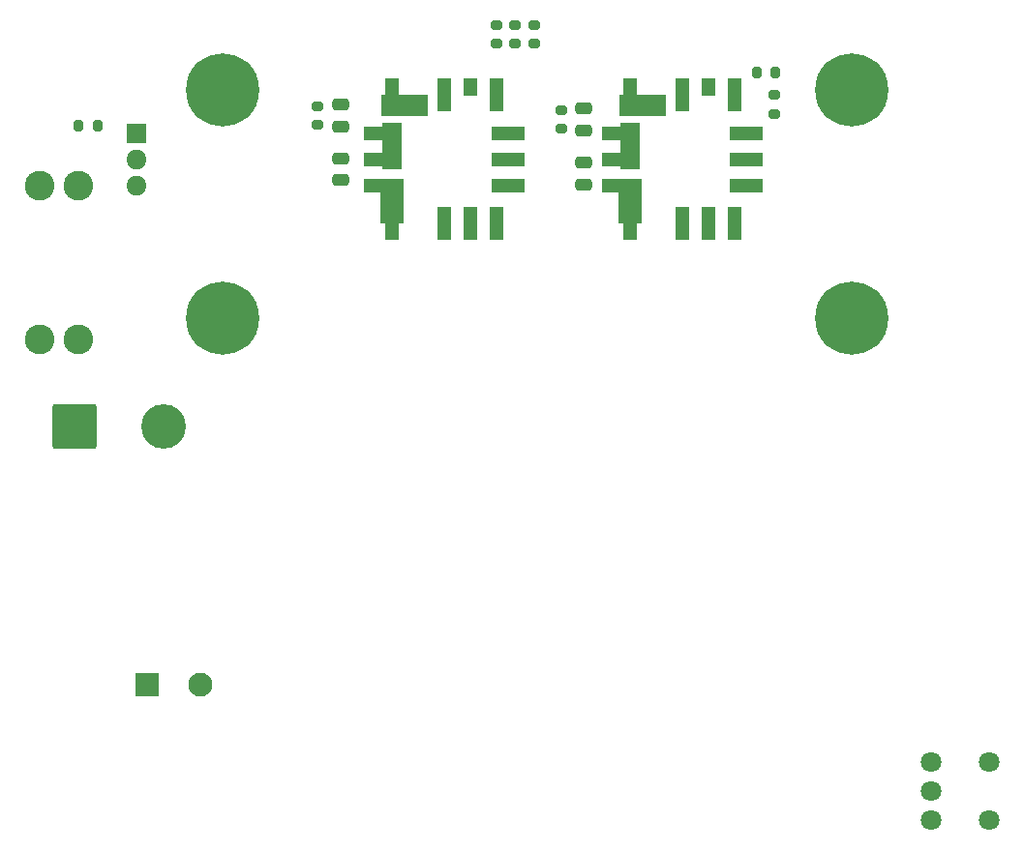
<source format=gbr>
%TF.GenerationSoftware,KiCad,Pcbnew,7.0.9*%
%TF.CreationDate,2025-01-29T10:13:39+09:00*%
%TF.ProjectId,05-PWR,30352d50-5752-42e6-9b69-6361645f7063,rev?*%
%TF.SameCoordinates,Original*%
%TF.FileFunction,Soldermask,Top*%
%TF.FilePolarity,Negative*%
%FSLAX46Y46*%
G04 Gerber Fmt 4.6, Leading zero omitted, Abs format (unit mm)*
G04 Created by KiCad (PCBNEW 7.0.9) date 2025-01-29 10:13:39*
%MOMM*%
%LPD*%
G01*
G04 APERTURE LIST*
G04 Aperture macros list*
%AMRoundRect*
0 Rectangle with rounded corners*
0 $1 Rounding radius*
0 $2 $3 $4 $5 $6 $7 $8 $9 X,Y pos of 4 corners*
0 Add a 4 corners polygon primitive as box body*
4,1,4,$2,$3,$4,$5,$6,$7,$8,$9,$2,$3,0*
0 Add four circle primitives for the rounded corners*
1,1,$1+$1,$2,$3*
1,1,$1+$1,$4,$5*
1,1,$1+$1,$6,$7*
1,1,$1+$1,$8,$9*
0 Add four rect primitives between the rounded corners*
20,1,$1+$1,$2,$3,$4,$5,0*
20,1,$1+$1,$4,$5,$6,$7,0*
20,1,$1+$1,$6,$7,$8,$9,0*
20,1,$1+$1,$8,$9,$2,$3,0*%
G04 Aperture macros list end*
%ADD10RoundRect,0.250000X0.475000X-0.250000X0.475000X0.250000X-0.475000X0.250000X-0.475000X-0.250000X0*%
%ADD11C,2.604000*%
%ADD12RoundRect,0.200000X-0.200000X-0.275000X0.200000X-0.275000X0.200000X0.275000X-0.200000X0.275000X0*%
%ADD13C,0.800000*%
%ADD14C,6.400000*%
%ADD15RoundRect,0.200000X-0.275000X0.200000X-0.275000X-0.200000X0.275000X-0.200000X0.275000X0.200000X0*%
%ADD16RoundRect,0.200000X0.275000X-0.200000X0.275000X0.200000X-0.275000X0.200000X-0.275000X-0.200000X0*%
%ADD17R,1.200000X3.000000*%
%ADD18R,2.000000X4.000000*%
%ADD19R,3.000000X1.200000*%
%ADD20R,1.770000X4.112100*%
%ADD21R,4.170000X1.862000*%
%ADD22R,1.200000X1.500000*%
%ADD23R,1.800000X1.717500*%
%ADD24O,1.800000X1.717500*%
%ADD25C,1.800000*%
%ADD26RoundRect,0.250000X-0.475000X0.250000X-0.475000X-0.250000X0.475000X-0.250000X0.475000X0.250000X0*%
%ADD27RoundRect,0.250002X-1.699998X-1.699998X1.699998X-1.699998X1.699998X1.699998X-1.699998X1.699998X0*%
%ADD28C,3.900000*%
%ADD29RoundRect,0.250001X-0.799999X-0.799999X0.799999X-0.799999X0.799999X0.799999X-0.799999X0.799999X0*%
%ADD30C,2.100000*%
G04 APERTURE END LIST*
D10*
%TO.C,C1*%
X60298000Y-87950000D03*
X60298000Y-86050000D03*
%TD*%
%TO.C,C2*%
X81526000Y-88330000D03*
X81526000Y-86430000D03*
%TD*%
D11*
%TO.C,F1*%
X37338000Y-88384000D03*
X33938000Y-88384000D03*
X37338000Y-101854000D03*
X33938000Y-101854000D03*
%TD*%
D12*
%TO.C,R8*%
X37402000Y-83185000D03*
X39052000Y-83185000D03*
%TD*%
D13*
%TO.C,H2*%
X102600000Y-100000000D03*
X103302944Y-98302944D03*
X103302944Y-101697056D03*
X105000000Y-97600000D03*
D14*
X105000000Y-100000000D03*
D13*
X105000000Y-102400000D03*
X106697056Y-98302944D03*
X106697056Y-101697056D03*
X107400000Y-100000000D03*
%TD*%
D15*
%TO.C,R6*%
X79621000Y-81795000D03*
X79621000Y-83445000D03*
%TD*%
D16*
%TO.C,R3*%
X77216000Y-76009000D03*
X77216000Y-74359000D03*
%TD*%
D15*
%TO.C,R7*%
X58266000Y-81476000D03*
X58266000Y-83126000D03*
%TD*%
D12*
%TO.C,R4*%
X96675000Y-78500000D03*
X98325000Y-78500000D03*
%TD*%
D17*
%TO.C,U2*%
X69342000Y-91706000D03*
X64762000Y-91706000D03*
D18*
X64762000Y-89763600D03*
D19*
X63742000Y-88396000D03*
X63742000Y-86106000D03*
D20*
X64762000Y-84958650D03*
D19*
X63742000Y-83816000D03*
D21*
X65862200Y-81381600D03*
D17*
X64762000Y-80506000D03*
X69342000Y-80506000D03*
X73922000Y-80506000D03*
D19*
X74942000Y-86106000D03*
X74942000Y-88396000D03*
D17*
X73922000Y-91706000D03*
X71632000Y-91706000D03*
D22*
X71632000Y-79756000D03*
D19*
X74942000Y-83816000D03*
%TD*%
D23*
%TO.C,Q1*%
X42418000Y-83812000D03*
D24*
X42418000Y-86102000D03*
X42418000Y-88392000D03*
%TD*%
D13*
%TO.C,H4*%
X47600000Y-80000000D03*
X48302944Y-78302944D03*
X48302944Y-81697056D03*
X50000000Y-77600000D03*
D14*
X50000000Y-80000000D03*
D13*
X50000000Y-82400000D03*
X51697056Y-78302944D03*
X51697056Y-81697056D03*
X52400000Y-80000000D03*
%TD*%
D25*
%TO.C,SW1*%
X117059859Y-144000000D03*
X117059859Y-138920000D03*
X111979859Y-138920000D03*
X111979859Y-141460000D03*
X111979859Y-144000000D03*
%TD*%
D26*
%TO.C,C4*%
X60298000Y-81351000D03*
X60298000Y-83251000D03*
%TD*%
D13*
%TO.C,H1*%
X47600000Y-100000000D03*
X48302944Y-98302944D03*
X48302944Y-101697056D03*
X50000000Y-97600000D03*
D14*
X50000000Y-100000000D03*
D13*
X50000000Y-102400000D03*
X51697056Y-98302944D03*
X51697056Y-101697056D03*
X52400000Y-100000000D03*
%TD*%
D27*
%TO.C,J2*%
X36994000Y-109474000D03*
D28*
X44794000Y-109474000D03*
%TD*%
D15*
%TO.C,R5*%
X98262000Y-80469000D03*
X98262000Y-82119000D03*
%TD*%
D26*
%TO.C,C3*%
X81526000Y-81670000D03*
X81526000Y-83570000D03*
%TD*%
D13*
%TO.C,H3*%
X102600000Y-80000000D03*
X103302944Y-78302944D03*
X103302944Y-81697056D03*
X105000000Y-77600000D03*
D14*
X105000000Y-80000000D03*
D13*
X105000000Y-82400000D03*
X106697056Y-78302944D03*
X106697056Y-81697056D03*
X107400000Y-80000000D03*
%TD*%
D15*
%TO.C,R2*%
X75565000Y-74359000D03*
X75565000Y-76009000D03*
%TD*%
D16*
%TO.C,R1*%
X73914000Y-76009000D03*
X73914000Y-74359000D03*
%TD*%
D29*
%TO.C,J1*%
X43406000Y-132080000D03*
D30*
X48006000Y-132080000D03*
%TD*%
D17*
%TO.C,U1*%
X90170000Y-91706000D03*
X85590000Y-91706000D03*
D18*
X85590000Y-89763600D03*
D19*
X84570000Y-88396000D03*
X84570000Y-86106000D03*
D20*
X85590000Y-84958650D03*
D19*
X84570000Y-83816000D03*
D21*
X86690200Y-81381600D03*
D17*
X85590000Y-80506000D03*
X90170000Y-80506000D03*
X94750000Y-80506000D03*
D19*
X95770000Y-86106000D03*
X95770000Y-88396000D03*
D17*
X94750000Y-91706000D03*
X92460000Y-91706000D03*
D22*
X92460000Y-79756000D03*
D19*
X95770000Y-83816000D03*
%TD*%
M02*

</source>
